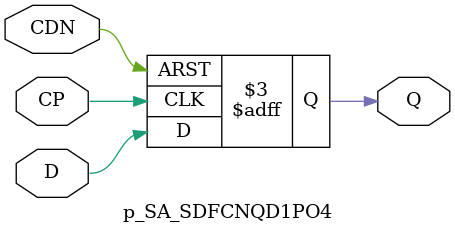
<source format=v>
module p_SA_SDFCNQD1PO4 (D,CP,CDN,Q);
input D;
input CP;
input CDN;
output Q;
reg Q;
always @(posedge CP or negedge CDN)
begin
    if(~CDN)
        Q <= 1'b0;
    else
        Q <= D;
end
endmodule

</source>
